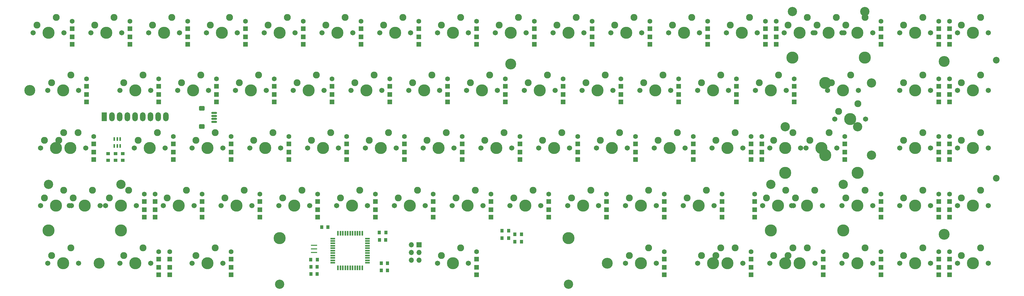
<source format=gbr>
%TF.GenerationSoftware,KiCad,Pcbnew,(5.99.0-9376-g8dcf5404fc)*%
%TF.CreationDate,2021-02-24T21:32:48+01:00*%
%TF.ProjectId,gud70,67756437-302e-46b6-9963-61645f706362,rev?*%
%TF.SameCoordinates,Original*%
%TF.FileFunction,Soldermask,Bot*%
%TF.FilePolarity,Negative*%
%FSLAX46Y46*%
G04 Gerber Fmt 4.6, Leading zero omitted, Abs format (unit mm)*
G04 Created by KiCad (PCBNEW (5.99.0-9376-g8dcf5404fc)) date 2021-02-24 21:32:48*
%MOMM*%
%LPD*%
G01*
G04 APERTURE LIST*
G04 Aperture macros list*
%AMRoundRect*
0 Rectangle with rounded corners*
0 $1 Rounding radius*
0 $2 $3 $4 $5 $6 $7 $8 $9 X,Y pos of 4 corners*
0 Add a 4 corners polygon primitive as box body*
4,1,4,$2,$3,$4,$5,$6,$7,$8,$9,$2,$3,0*
0 Add four circle primitives for the rounded corners*
1,1,$1+$1,$2,$3*
1,1,$1+$1,$4,$5*
1,1,$1+$1,$6,$7*
1,1,$1+$1,$8,$9*
0 Add four rect primitives between the rounded corners*
20,1,$1+$1,$2,$3,$4,$5,0*
20,1,$1+$1,$4,$5,$6,$7,0*
20,1,$1+$1,$6,$7,$8,$9,0*
20,1,$1+$1,$8,$9,$2,$3,0*%
G04 Aperture macros list end*
%ADD10C,2.286000*%
%ADD11C,1.701800*%
%ADD12C,3.987800*%
%ADD13C,3.600000*%
%ADD14R,1.800000X3.000000*%
%ADD15O,1.800000X3.000000*%
%ADD16C,3.048000*%
%ADD17C,2.200000*%
%ADD18R,1.000000X1.300000*%
%ADD19R,1.600000X1.600000*%
%ADD20C,1.600000*%
%ADD21RoundRect,0.150000X0.775000X-0.150000X0.775000X0.150000X-0.775000X0.150000X-0.775000X-0.150000X0*%
%ADD22RoundRect,0.332800X0.567200X-0.467200X0.567200X0.467200X-0.567200X0.467200X-0.567200X-0.467200X0*%
%ADD23R,0.550000X1.500000*%
%ADD24R,1.500000X0.550000*%
%ADD25R,1.300000X1.000000*%
%ADD26R,2.000000X0.400000*%
%ADD27R,1.000000X1.250000*%
%ADD28R,0.600000X1.200000*%
%ADD29R,1.700000X1.700000*%
%ADD30O,1.700000X1.700000*%
G04 APERTURE END LIST*
D10*
X150177500Y-61595000D03*
X143827500Y-64135000D03*
D11*
X142557500Y-66675000D03*
X152717500Y-66675000D03*
D12*
X147637500Y-66675000D03*
D13*
X26193772Y-85725072D03*
D10*
X14446250Y-61595000D03*
X8096250Y-64135000D03*
D11*
X16986250Y-66675000D03*
X6826250Y-66675000D03*
D12*
X11906250Y-66675000D03*
D10*
X97790000Y-23495000D03*
X91440000Y-26035000D03*
D11*
X90170000Y-28575000D03*
X100330000Y-28575000D03*
D12*
X95250000Y-28575000D03*
D10*
X73977500Y-61595000D03*
X67627500Y-64135000D03*
D11*
X66357500Y-66675000D03*
X76517500Y-66675000D03*
D12*
X71437500Y-66675000D03*
D10*
X16827500Y-80645000D03*
X10477500Y-83185000D03*
D12*
X14287500Y-85725000D03*
D11*
X9207500Y-85725000D03*
X19367500Y-85725000D03*
D10*
X207327500Y-80645000D03*
X200977500Y-83185000D03*
D12*
X204787500Y-85725000D03*
D11*
X199707500Y-85725000D03*
X209867500Y-85725000D03*
D10*
X54927500Y-61595000D03*
X48577500Y-64135000D03*
D11*
X47307500Y-66675000D03*
X57467500Y-66675000D03*
D12*
X52387500Y-66675000D03*
D10*
X78740000Y-23495000D03*
X72390000Y-26035000D03*
D11*
X71120000Y-28575000D03*
X81280000Y-28575000D03*
D12*
X76200000Y-28575000D03*
D10*
X83502500Y-42545000D03*
X77152500Y-45085000D03*
D11*
X75882500Y-47625000D03*
X86042500Y-47625000D03*
D12*
X80962500Y-47625000D03*
D10*
X126365000Y-4445000D03*
X120015000Y-6985000D03*
D11*
X118745000Y-9525000D03*
X128905000Y-9525000D03*
D12*
X123825000Y-9525000D03*
D10*
X107315000Y-4445000D03*
X100965000Y-6985000D03*
D11*
X99695000Y-9525000D03*
X109855000Y-9525000D03*
D12*
X104775000Y-9525000D03*
D10*
X278765000Y-80645000D03*
X272415000Y-83185000D03*
D11*
X271145000Y-85725000D03*
X281305000Y-85725000D03*
D12*
X276225000Y-85725000D03*
D10*
X259715216Y-4445008D03*
X253365216Y-6985008D03*
D11*
X252095216Y-9525008D03*
X262255216Y-9525008D03*
D12*
X257175216Y-9525008D03*
D10*
X274002728Y-23495024D03*
X267652728Y-26035024D03*
D12*
X271462728Y-28575024D03*
D11*
X266382728Y-28575024D03*
X276542728Y-28575024D03*
D10*
X316865000Y-42545000D03*
X310515000Y-45085000D03*
D11*
X309245000Y-47625000D03*
X319405000Y-47625000D03*
D12*
X314325000Y-47625000D03*
D10*
X252571250Y-61595000D03*
X246221250Y-64135000D03*
D11*
X255111250Y-66675000D03*
X244951250Y-66675000D03*
D12*
X250031250Y-66675000D03*
D10*
X193040000Y-23495000D03*
X186690000Y-26035000D03*
D11*
X185420000Y-28575000D03*
X195580000Y-28575000D03*
D12*
X190500000Y-28575000D03*
D10*
X235902500Y-42545000D03*
X229552500Y-45085000D03*
D11*
X228282500Y-47625000D03*
X238442500Y-47625000D03*
D12*
X233362500Y-47625000D03*
D10*
X159702500Y-42545000D03*
X153352500Y-45085000D03*
D11*
X152082500Y-47625000D03*
X162242500Y-47625000D03*
D12*
X157162500Y-47625000D03*
D10*
X278765232Y-4445008D03*
X272415232Y-6985008D03*
D11*
X271145232Y-9525008D03*
X281305232Y-9525008D03*
D12*
X276225232Y-9525008D03*
D13*
X304800000Y-76200000D03*
D14*
X27825000Y-37325000D03*
D15*
X30365000Y-37325000D03*
X32905000Y-37325000D03*
X35445000Y-37325000D03*
X37985000Y-37325000D03*
X40525000Y-37325000D03*
X43065000Y-37325000D03*
X45605000Y-37325000D03*
X48145000Y-37325000D03*
D13*
X161925000Y-19825000D03*
D10*
X297815000Y-80645000D03*
X291465000Y-83185000D03*
D11*
X290195000Y-85725000D03*
X300355000Y-85725000D03*
D12*
X295275000Y-85725000D03*
D10*
X14446250Y-42545000D03*
X8096250Y-45085000D03*
D11*
X16986250Y-47625000D03*
X6826250Y-47625000D03*
D12*
X11906250Y-47625000D03*
D10*
X316865000Y-80645000D03*
X310515000Y-83185000D03*
D11*
X309245000Y-85725000D03*
X319405000Y-85725000D03*
D12*
X314325000Y-85725000D03*
D10*
X178752500Y-42545000D03*
X172402500Y-45085000D03*
D11*
X171132500Y-47625000D03*
X181292500Y-47625000D03*
D12*
X176212500Y-47625000D03*
D10*
X12065000Y-4445000D03*
X5715000Y-6985000D03*
D11*
X4445000Y-9525000D03*
X14605000Y-9525000D03*
D12*
X9525000Y-9525000D03*
D10*
X45402500Y-42545000D03*
X39052500Y-45085000D03*
D11*
X37782500Y-47625000D03*
X47942500Y-47625000D03*
D12*
X42862500Y-47625000D03*
D13*
X3325001Y-28575000D03*
D10*
X121602500Y-42545000D03*
X115252500Y-45085000D03*
D11*
X113982500Y-47625000D03*
X124142500Y-47625000D03*
D12*
X119062500Y-47625000D03*
D10*
X197802500Y-42545000D03*
X191452500Y-45085000D03*
D11*
X190182500Y-47625000D03*
X200342500Y-47625000D03*
D12*
X195262500Y-47625000D03*
D10*
X88265000Y-4445000D03*
X81915000Y-6985000D03*
D11*
X80645000Y-9525000D03*
X90805000Y-9525000D03*
D12*
X85725000Y-9525000D03*
D10*
X240665000Y-4445000D03*
X234315000Y-6985000D03*
D11*
X233045000Y-9525000D03*
X243205000Y-9525000D03*
D12*
X238125000Y-9525000D03*
D10*
X278765000Y-61595000D03*
X272415000Y-64135000D03*
D11*
X271145000Y-66675000D03*
X281305000Y-66675000D03*
D12*
X276225000Y-66675000D03*
D10*
X250190000Y-23495000D03*
X243840000Y-26035000D03*
D11*
X242570000Y-28575000D03*
X252730000Y-28575000D03*
D12*
X247650000Y-28575000D03*
D10*
X276383750Y-33020000D03*
X270033750Y-35560000D03*
D11*
X268763750Y-38100000D03*
D12*
X273843750Y-38100000D03*
D11*
X278923750Y-38100000D03*
D16*
X280828750Y-50038000D03*
X280828750Y-26162000D03*
D12*
X265588750Y-26162000D03*
X265588750Y-50038000D03*
D10*
X221615000Y-4445000D03*
X215265000Y-6985000D03*
D11*
X213995000Y-9525000D03*
X224155000Y-9525000D03*
D12*
X219075000Y-9525000D03*
D10*
X216852500Y-42545000D03*
X210502500Y-45085000D03*
D11*
X209232500Y-47625000D03*
X219392500Y-47625000D03*
D12*
X214312500Y-47625000D03*
D10*
X262096468Y-61595056D03*
X255746468Y-64135056D03*
D11*
X264636468Y-66675056D03*
X254476468Y-66675056D03*
D12*
X259556468Y-66675056D03*
D16*
X271494468Y-59690056D03*
D12*
X271494468Y-74930056D03*
X247618468Y-74930056D03*
D16*
X247618468Y-59690056D03*
D10*
X19208750Y-42545000D03*
X12858750Y-45085000D03*
D11*
X21748750Y-47625000D03*
X11588750Y-47625000D03*
D12*
X16668750Y-47625000D03*
D10*
X145415000Y-4445000D03*
X139065000Y-6985000D03*
D11*
X137795000Y-9525000D03*
X147955000Y-9525000D03*
D12*
X142875000Y-9525000D03*
D10*
X297815000Y-42545000D03*
X291465000Y-45085000D03*
D11*
X290195000Y-47625000D03*
X300355000Y-47625000D03*
D12*
X295275000Y-47625000D03*
D10*
X154940000Y-23495000D03*
X148590000Y-26035000D03*
D11*
X147320000Y-28575000D03*
X157480000Y-28575000D03*
D12*
X152400000Y-28575000D03*
D10*
X297815000Y-4445000D03*
X291465000Y-6985000D03*
D11*
X290195000Y-9525000D03*
X300355000Y-9525000D03*
D12*
X295275000Y-9525000D03*
X85725000Y-77470000D03*
D16*
X85725000Y-92710000D03*
D12*
X180975000Y-77470000D03*
D16*
X180975000Y-92710000D03*
D10*
X145415000Y-80645000D03*
X139065000Y-83185000D03*
D11*
X147955000Y-85725000D03*
X137795000Y-85725000D03*
D12*
X142875000Y-85725000D03*
D10*
X316865000Y-61595000D03*
X310515000Y-64135000D03*
D11*
X309245000Y-66675000D03*
X319405000Y-66675000D03*
D12*
X314325000Y-66675000D03*
D10*
X69215000Y-4445000D03*
X62865000Y-6985000D03*
D11*
X61595000Y-9525000D03*
X71755000Y-9525000D03*
D12*
X66675000Y-9525000D03*
D10*
X131127500Y-61595000D03*
X124777500Y-64135000D03*
D11*
X123507500Y-66675000D03*
X133667500Y-66675000D03*
D12*
X128587500Y-66675000D03*
D10*
X64452500Y-80645000D03*
X58102500Y-83185000D03*
D12*
X61912500Y-85725000D03*
D11*
X56832500Y-85725000D03*
X66992500Y-85725000D03*
D10*
X16827500Y-23495000D03*
X10477500Y-26035000D03*
D12*
X14287500Y-28575000D03*
D11*
X9207500Y-28575000D03*
X19367500Y-28575000D03*
D10*
X173990000Y-23495000D03*
X167640000Y-26035000D03*
D11*
X166370000Y-28575000D03*
X176530000Y-28575000D03*
D12*
X171450000Y-28575000D03*
D10*
X266858750Y-42545000D03*
X260508750Y-45085000D03*
D16*
X276256750Y-40640000D03*
D12*
X276256750Y-55880000D03*
D11*
X269398750Y-47625000D03*
X259238750Y-47625000D03*
D12*
X252380750Y-55880000D03*
X264318750Y-47625000D03*
D16*
X252380750Y-40640000D03*
D10*
X140652500Y-42545000D03*
X134302500Y-45085000D03*
D11*
X133032500Y-47625000D03*
X143192500Y-47625000D03*
D12*
X138112500Y-47625000D03*
D10*
X254952500Y-42545000D03*
X248602500Y-45085000D03*
D11*
X247332500Y-47625000D03*
X257492500Y-47625000D03*
D12*
X252412500Y-47625000D03*
D10*
X207327500Y-61595000D03*
X200977500Y-64135000D03*
D11*
X199707500Y-66675000D03*
X209867500Y-66675000D03*
D12*
X204787500Y-66675000D03*
D10*
X64452500Y-42545000D03*
X58102500Y-45085000D03*
D11*
X56832500Y-47625000D03*
X66992500Y-47625000D03*
D12*
X61912500Y-47625000D03*
D10*
X297815000Y-61595000D03*
X291465000Y-64135000D03*
D11*
X290195000Y-66675000D03*
X300355000Y-66675000D03*
D12*
X295275000Y-66675000D03*
D11*
X271780000Y-9525000D03*
D16*
X254762000Y-2540000D03*
D12*
X266700000Y-9525000D03*
D16*
X278638000Y-2540000D03*
D11*
X261620000Y-9525000D03*
D12*
X278638000Y-17780000D03*
X254762000Y-17780000D03*
D10*
X269240000Y-4445000D03*
X262890000Y-6985000D03*
X297815000Y-23495000D03*
X291465000Y-26035000D03*
D11*
X290195000Y-28575000D03*
X300355000Y-28575000D03*
D12*
X295275000Y-28575000D03*
D10*
X35877500Y-61595000D03*
X29527500Y-64135000D03*
D11*
X28257500Y-66675000D03*
X38417500Y-66675000D03*
D12*
X33337500Y-66675000D03*
D13*
X193725000Y-85725000D03*
D10*
X202565000Y-4445000D03*
X196215000Y-6985000D03*
D11*
X194945000Y-9525000D03*
X205105000Y-9525000D03*
D12*
X200025000Y-9525000D03*
D10*
X59690000Y-23495000D03*
X53340000Y-26035000D03*
D11*
X52070000Y-28575000D03*
X62230000Y-28575000D03*
D12*
X57150000Y-28575000D03*
D10*
X31115000Y-4445000D03*
X24765000Y-6985000D03*
D11*
X23495000Y-9525000D03*
X33655000Y-9525000D03*
D12*
X28575000Y-9525000D03*
D10*
X40640000Y-23495000D03*
X34290000Y-26035000D03*
D11*
X33020000Y-28575000D03*
X43180000Y-28575000D03*
D12*
X38100000Y-28575000D03*
D10*
X259715216Y-80645072D03*
X253365216Y-83185072D03*
D11*
X252095216Y-85725072D03*
X262255216Y-85725072D03*
D12*
X257175216Y-85725072D03*
D10*
X135890000Y-23495000D03*
X129540000Y-26035000D03*
D11*
X128270000Y-28575000D03*
X138430000Y-28575000D03*
D12*
X133350000Y-28575000D03*
D10*
X226377500Y-61595000D03*
X220027500Y-64135000D03*
D11*
X218757500Y-66675000D03*
X228917500Y-66675000D03*
D12*
X223837500Y-66675000D03*
D10*
X231140000Y-80645000D03*
X224790000Y-83185000D03*
D11*
X223520000Y-85725000D03*
X233680000Y-85725000D03*
D12*
X228600000Y-85725000D03*
D10*
X212090000Y-23495000D03*
X205740000Y-26035000D03*
D11*
X204470000Y-28575000D03*
X214630000Y-28575000D03*
D12*
X209550000Y-28575000D03*
D10*
X112077500Y-61595000D03*
X105727500Y-64135000D03*
D11*
X104457500Y-66675000D03*
X114617500Y-66675000D03*
D12*
X109537500Y-66675000D03*
D10*
X235902696Y-80645072D03*
X229552696Y-83185072D03*
D11*
X228282696Y-85725072D03*
D12*
X233362696Y-85725072D03*
D11*
X238442696Y-85725072D03*
D10*
X316865000Y-4445000D03*
X310515000Y-6985000D03*
D11*
X309245000Y-9525000D03*
X319405000Y-9525000D03*
D12*
X314325000Y-9525000D03*
D17*
X322025000Y-57625000D03*
X322025000Y-18625000D03*
D10*
X23971250Y-61595000D03*
X17621250Y-64135000D03*
D16*
X33369250Y-59690000D03*
D12*
X33369250Y-74930000D03*
D11*
X26511250Y-66675000D03*
X16351250Y-66675000D03*
D12*
X9493250Y-74930000D03*
X21431250Y-66675000D03*
D16*
X9493250Y-59690000D03*
D10*
X254952500Y-80645000D03*
X248602500Y-83185000D03*
D12*
X252412500Y-85725000D03*
D11*
X247332500Y-85725000D03*
X257492500Y-85725000D03*
D10*
X183515000Y-4445000D03*
X177165000Y-6985000D03*
D11*
X175895000Y-9525000D03*
X186055000Y-9525000D03*
D12*
X180975000Y-9525000D03*
D13*
X304800000Y-19050000D03*
D10*
X231140000Y-23495000D03*
X224790000Y-26035000D03*
D11*
X223520000Y-28575000D03*
X233680000Y-28575000D03*
D12*
X228600000Y-28575000D03*
D10*
X116840000Y-23495000D03*
X110490000Y-26035000D03*
D11*
X109220000Y-28575000D03*
X119380000Y-28575000D03*
D12*
X114300000Y-28575000D03*
D10*
X316865000Y-23495000D03*
X310515000Y-26035000D03*
D11*
X309245000Y-28575000D03*
X319405000Y-28575000D03*
D12*
X314325000Y-28575000D03*
D10*
X102552500Y-42545000D03*
X96202500Y-45085000D03*
D11*
X94932500Y-47625000D03*
X105092500Y-47625000D03*
D12*
X100012500Y-47625000D03*
D10*
X169227500Y-61595000D03*
X162877500Y-64135000D03*
D11*
X161607500Y-66675000D03*
X171767500Y-66675000D03*
D12*
X166687500Y-66675000D03*
D10*
X50165000Y-4445000D03*
X43815000Y-6985000D03*
D11*
X42545000Y-9525000D03*
X52705000Y-9525000D03*
D12*
X47625000Y-9525000D03*
D10*
X40640000Y-80645000D03*
X34290000Y-83185000D03*
D11*
X33020000Y-85725000D03*
X43180000Y-85725000D03*
D12*
X38100000Y-85725000D03*
D10*
X164465000Y-4445000D03*
X158115000Y-6985000D03*
D11*
X156845000Y-9525000D03*
X167005000Y-9525000D03*
D12*
X161925000Y-9525000D03*
D10*
X188277500Y-61595000D03*
X181927500Y-64135000D03*
D11*
X180657500Y-66675000D03*
X190817500Y-66675000D03*
D12*
X185737500Y-66675000D03*
D10*
X93027500Y-61595000D03*
X86677500Y-64135000D03*
D11*
X85407500Y-66675000D03*
X95567500Y-66675000D03*
D12*
X90487500Y-66675000D03*
D18*
X159039189Y-77390682D03*
X161239189Y-77390682D03*
D19*
X44648467Y-70485048D03*
X44648467Y-68050048D03*
X44648467Y-65300048D03*
D20*
X44648467Y-62865048D03*
D19*
X179189205Y-32385016D03*
X179189205Y-29950016D03*
X179189205Y-27200016D03*
D20*
X179189205Y-24765016D03*
D19*
X207764229Y-13335000D03*
X207764229Y-10900000D03*
X207764229Y-8150000D03*
D20*
X207764229Y-5715000D03*
D19*
X49410971Y-89535064D03*
X49410971Y-87100064D03*
X49410971Y-84350064D03*
D20*
X49410971Y-81915064D03*
D21*
X64062552Y-39004719D03*
X64062552Y-38004719D03*
X64062552Y-37004719D03*
X64062552Y-36004719D03*
D22*
X60037552Y-34504719D03*
X60037552Y-40504719D03*
D19*
X102989141Y-32385016D03*
X102989141Y-29950016D03*
X102989141Y-27200016D03*
D20*
X102989141Y-24765016D03*
D19*
X264914285Y-89535072D03*
X264914285Y-87100072D03*
X264914285Y-84350072D03*
D20*
X264914285Y-81915072D03*
D19*
X306586187Y-89535064D03*
X306586187Y-87100064D03*
X306586187Y-84350064D03*
D20*
X306586187Y-81915064D03*
D19*
X79176621Y-70485048D03*
X79176621Y-68050048D03*
X79176621Y-65300048D03*
D20*
X79176621Y-62865048D03*
D23*
X112942271Y-87257873D03*
X112142271Y-87257873D03*
X111342271Y-87257873D03*
X110542271Y-87257873D03*
X109742271Y-87257873D03*
X108942271Y-87257873D03*
X108142271Y-87257873D03*
X107342271Y-87257873D03*
X106542271Y-87257873D03*
X105742271Y-87257873D03*
X104942271Y-87257873D03*
D24*
X103242271Y-85557873D03*
X103242271Y-84757873D03*
X103242271Y-83957873D03*
X103242271Y-83157873D03*
X103242271Y-82357873D03*
X103242271Y-81557873D03*
X103242271Y-80757873D03*
X103242271Y-79957873D03*
X103242271Y-79157873D03*
X103242271Y-78357873D03*
X103242271Y-77557873D03*
D23*
X104942271Y-75857873D03*
X105742271Y-75857873D03*
X106542271Y-75857873D03*
X107342271Y-75857873D03*
X108142271Y-75857873D03*
X108942271Y-75857873D03*
X109742271Y-75857873D03*
X110542271Y-75857873D03*
X111342271Y-75857873D03*
X112142271Y-75857873D03*
X112942271Y-75857873D03*
D24*
X114642271Y-77557873D03*
X114642271Y-78357873D03*
X114642271Y-79157873D03*
X114642271Y-79957873D03*
X114642271Y-80757873D03*
X114642271Y-81557873D03*
X114642271Y-82357873D03*
X114642271Y-83157873D03*
X114642271Y-83957873D03*
X114642271Y-84757873D03*
X114642271Y-85557873D03*
D19*
X283964293Y-70485048D03*
X283964293Y-68050048D03*
X283964293Y-65300048D03*
D20*
X283964293Y-62865048D03*
D19*
X136326669Y-70485048D03*
X136326669Y-68050048D03*
X136326669Y-65300048D03*
D20*
X136326669Y-62865048D03*
D19*
X88701629Y-51435032D03*
X88701629Y-49000032D03*
X88701629Y-46250032D03*
D20*
X88701629Y-43815032D03*
D19*
X160139189Y-32385016D03*
X160139189Y-29950016D03*
X160139189Y-27200016D03*
D20*
X160139189Y-24765016D03*
D19*
X212526733Y-70485048D03*
X212526733Y-68050048D03*
X212526733Y-65300048D03*
D20*
X212526733Y-62865048D03*
D25*
X33932833Y-51701597D03*
X33932833Y-49501597D03*
D19*
X188714213Y-13335000D03*
X188714213Y-10900000D03*
X188714213Y-8150000D03*
D20*
X188714213Y-5715000D03*
D19*
X74414117Y-13335000D03*
X74414117Y-10900000D03*
X74414117Y-8150000D03*
D20*
X74414117Y-5715000D03*
D18*
X159039189Y-75009430D03*
X161239189Y-75009430D03*
D19*
X303014309Y-51435032D03*
X303014309Y-49000032D03*
X303014309Y-46250032D03*
D20*
X303014309Y-43815032D03*
D19*
X244673635Y-51434968D03*
X244673635Y-48999968D03*
X244673635Y-46249968D03*
D20*
X244673635Y-43814968D03*
D19*
X242292391Y-70485056D03*
X242292391Y-68050056D03*
X242292391Y-65300056D03*
D20*
X242292391Y-62865056D03*
D19*
X272058033Y-51435032D03*
X272058033Y-49000032D03*
X272058033Y-46250032D03*
D20*
X272058033Y-43815032D03*
D25*
X29170329Y-51701597D03*
X29170329Y-49501597D03*
D19*
X283964293Y-89535064D03*
X283964293Y-87100064D03*
X283964293Y-84350064D03*
D20*
X283964293Y-81915064D03*
D19*
X198239221Y-32384952D03*
X198239221Y-29949952D03*
X198239221Y-27199952D03*
D20*
X198239221Y-24764952D03*
D19*
X24407825Y-51434968D03*
X24407825Y-48999968D03*
X24407825Y-46249968D03*
D20*
X24407825Y-43814968D03*
D26*
X97036011Y-79762560D03*
X97036011Y-82162560D03*
X97036011Y-80962560D03*
D19*
X255389269Y-32384952D03*
X255389269Y-29949952D03*
X255389269Y-27199952D03*
D20*
X255389269Y-24764952D03*
D27*
X121253218Y-85725064D03*
X119253218Y-85725064D03*
D19*
X241101765Y-89535064D03*
X241101765Y-87100064D03*
X241101765Y-84350064D03*
D20*
X241101765Y-81915064D03*
D19*
X22026573Y-32384952D03*
X22026573Y-29949952D03*
X22026573Y-27199952D03*
D20*
X22026573Y-24764952D03*
D18*
X120757905Y-75604743D03*
X118557905Y-75604743D03*
D19*
X203001725Y-51435032D03*
X203001725Y-49000032D03*
X203001725Y-46250032D03*
D20*
X203001725Y-43815032D03*
D19*
X117276653Y-70485048D03*
X117276653Y-68050048D03*
X117276653Y-65300048D03*
D20*
X117276653Y-62865048D03*
D19*
X212526733Y-89535064D03*
X212526733Y-87100064D03*
X212526733Y-84350064D03*
D20*
X212526733Y-81915064D03*
D19*
X303014309Y-89535064D03*
X303014309Y-87100064D03*
X303014309Y-84350064D03*
D20*
X303014309Y-81915064D03*
D19*
X131564165Y-13334936D03*
X131564165Y-10899936D03*
X131564165Y-8149936D03*
D20*
X131564165Y-5714936D03*
D19*
X217289237Y-32384952D03*
X217289237Y-29949952D03*
X217289237Y-27199952D03*
D20*
X217289237Y-24764952D03*
D19*
X69651613Y-51434968D03*
X69651613Y-48999968D03*
X69651613Y-46249968D03*
D20*
X69651613Y-43814968D03*
D19*
X245864261Y-13334936D03*
X245864261Y-10899936D03*
X245864261Y-8149936D03*
D20*
X245864261Y-5714936D03*
D19*
X183951709Y-51434968D03*
X183951709Y-48999968D03*
X183951709Y-46249968D03*
D20*
X183951709Y-43814968D03*
D27*
X120657905Y-77985995D03*
X118657905Y-77985995D03*
D19*
X41076589Y-70485048D03*
X41076589Y-68050048D03*
X41076589Y-65300048D03*
D20*
X41076589Y-62865048D03*
D18*
X163206380Y-76200056D03*
X165406380Y-76200056D03*
D27*
X119253218Y-88106316D03*
X121253218Y-88106316D03*
D19*
X249436147Y-13335008D03*
X249436147Y-10900008D03*
X249436147Y-8150008D03*
D20*
X249436147Y-5715008D03*
D19*
X83939125Y-32385016D03*
X83939125Y-29950016D03*
X83939125Y-27200016D03*
D20*
X83939125Y-24765016D03*
D19*
X169664197Y-13334936D03*
X169664197Y-10899936D03*
X169664197Y-8149936D03*
D20*
X169664197Y-5714936D03*
D19*
X236339253Y-32385016D03*
X236339253Y-29950016D03*
X236339253Y-27200016D03*
D20*
X236339253Y-24765016D03*
D27*
X99607889Y-73818804D03*
X101607889Y-73818804D03*
D19*
X60126605Y-70485048D03*
X60126605Y-68050048D03*
X60126605Y-65300048D03*
D20*
X60126605Y-62865048D03*
D19*
X303014309Y-13334936D03*
X303014309Y-10899936D03*
X303014309Y-8149936D03*
D20*
X303014309Y-5714936D03*
D19*
X303014309Y-70485048D03*
X303014309Y-68050048D03*
X303014309Y-65300048D03*
D20*
X303014309Y-62865048D03*
D19*
X141089173Y-32384952D03*
X141089173Y-29949952D03*
X141089173Y-27199952D03*
D20*
X141089173Y-24764952D03*
D19*
X155376685Y-70485048D03*
X155376685Y-68050048D03*
X155376685Y-65300048D03*
D20*
X155376685Y-62865048D03*
D19*
X164901693Y-51434968D03*
X164901693Y-48999968D03*
X164901693Y-46249968D03*
D20*
X164901693Y-43814968D03*
D19*
X126801661Y-51434968D03*
X126801661Y-48999968D03*
X126801661Y-46249968D03*
D20*
X126801661Y-43814968D03*
D28*
X31196894Y-44689093D03*
X32146894Y-44689093D03*
X33096894Y-44689093D03*
X33096894Y-46989093D03*
X32146894Y-46989093D03*
X31196894Y-46989093D03*
D18*
X98136011Y-84534438D03*
X95936011Y-84534438D03*
D19*
X122039157Y-32385016D03*
X122039157Y-29950016D03*
X122039157Y-27200016D03*
D20*
X122039157Y-24765016D03*
D19*
X150614181Y-13334936D03*
X150614181Y-10899936D03*
X150614181Y-8149936D03*
D20*
X150614181Y-5714936D03*
D19*
X306586187Y-32385016D03*
X306586187Y-29950016D03*
X306586187Y-27200016D03*
D20*
X306586187Y-24765016D03*
D19*
X222051741Y-51434968D03*
X222051741Y-48999968D03*
X222051741Y-46249968D03*
D20*
X222051741Y-43814968D03*
D19*
X93464133Y-13335000D03*
X93464133Y-10900000D03*
X93464133Y-8150000D03*
D20*
X93464133Y-5715000D03*
D19*
X50601597Y-51435032D03*
X50601597Y-49000032D03*
X50601597Y-46250032D03*
D20*
X50601597Y-43815032D03*
D19*
X150614181Y-89535064D03*
X150614181Y-87100064D03*
X150614181Y-84350064D03*
D20*
X150614181Y-81915064D03*
D19*
X303014309Y-32385016D03*
X303014309Y-29950016D03*
X303014309Y-27200016D03*
D20*
X303014309Y-24765016D03*
D19*
X36314085Y-13334936D03*
X36314085Y-10899936D03*
X36314085Y-8149936D03*
D20*
X36314085Y-5714936D03*
D19*
X231576749Y-70485048D03*
X231576749Y-68050048D03*
X231576749Y-65300048D03*
D20*
X231576749Y-62865048D03*
D19*
X112514149Y-13334936D03*
X112514149Y-10899936D03*
X112514149Y-8149936D03*
D20*
X112514149Y-5714936D03*
D19*
X306586187Y-13335000D03*
X306586187Y-10900000D03*
X306586187Y-8150000D03*
D20*
X306586187Y-5715000D03*
D27*
X98036011Y-86915690D03*
X96036011Y-86915690D03*
D19*
X145851677Y-51435032D03*
X145851677Y-49000032D03*
X145851677Y-46250032D03*
D20*
X145851677Y-43815032D03*
D19*
X55364101Y-13334936D03*
X55364101Y-10899936D03*
X55364101Y-8149936D03*
D20*
X55364101Y-5714936D03*
D29*
X131643539Y-79613186D03*
D30*
X129103539Y-79613186D03*
X131643539Y-82153186D03*
X129103539Y-82153186D03*
X131643539Y-84693186D03*
X129103539Y-84693186D03*
D19*
X226814245Y-13335000D03*
X226814245Y-10900000D03*
X226814245Y-8150000D03*
D20*
X226814245Y-5715000D03*
D19*
X64889109Y-32384952D03*
X64889109Y-29949952D03*
X64889109Y-27199952D03*
D20*
X64889109Y-24764952D03*
D19*
X45839093Y-32385016D03*
X45839093Y-29950016D03*
X45839093Y-27200016D03*
D20*
X45839093Y-24765016D03*
D19*
X98226637Y-70485048D03*
X98226637Y-68050048D03*
X98226637Y-65300048D03*
D20*
X98226637Y-62865048D03*
D25*
X31551581Y-51701597D03*
X31551581Y-49501597D03*
D19*
X306586187Y-51435032D03*
X306586187Y-49000032D03*
X306586187Y-46250032D03*
D20*
X306586187Y-43815032D03*
D19*
X45839093Y-89535064D03*
X45839093Y-87100064D03*
X45839093Y-84350064D03*
D20*
X45839093Y-81915064D03*
D19*
X306586187Y-70485048D03*
X306586187Y-68050048D03*
X306586187Y-65300048D03*
D20*
X306586187Y-62865048D03*
D27*
X98036011Y-89296942D03*
X96036011Y-89296942D03*
D19*
X193476717Y-70485048D03*
X193476717Y-68050048D03*
X193476717Y-65300048D03*
D20*
X193476717Y-62865048D03*
D19*
X17264069Y-13335000D03*
X17264069Y-10900000D03*
X17264069Y-8150000D03*
D20*
X17264069Y-5715000D03*
D19*
X241101757Y-51434968D03*
X241101757Y-48999968D03*
X241101757Y-46249968D03*
D20*
X241101757Y-43814968D03*
D19*
X174426701Y-70485048D03*
X174426701Y-68050048D03*
X174426701Y-65300048D03*
D20*
X174426701Y-62865048D03*
D19*
X283964301Y-13335000D03*
X283964301Y-10900000D03*
X283964301Y-8150000D03*
D20*
X283964301Y-5715000D03*
D19*
X69651613Y-89535064D03*
X69651613Y-87100064D03*
X69651613Y-84350064D03*
D20*
X69651613Y-81915064D03*
D19*
X107751645Y-51434968D03*
X107751645Y-48999968D03*
X107751645Y-46249968D03*
D20*
X107751645Y-43814968D03*
D18*
X163206380Y-78581308D03*
X165406380Y-78581308D03*
M02*

</source>
